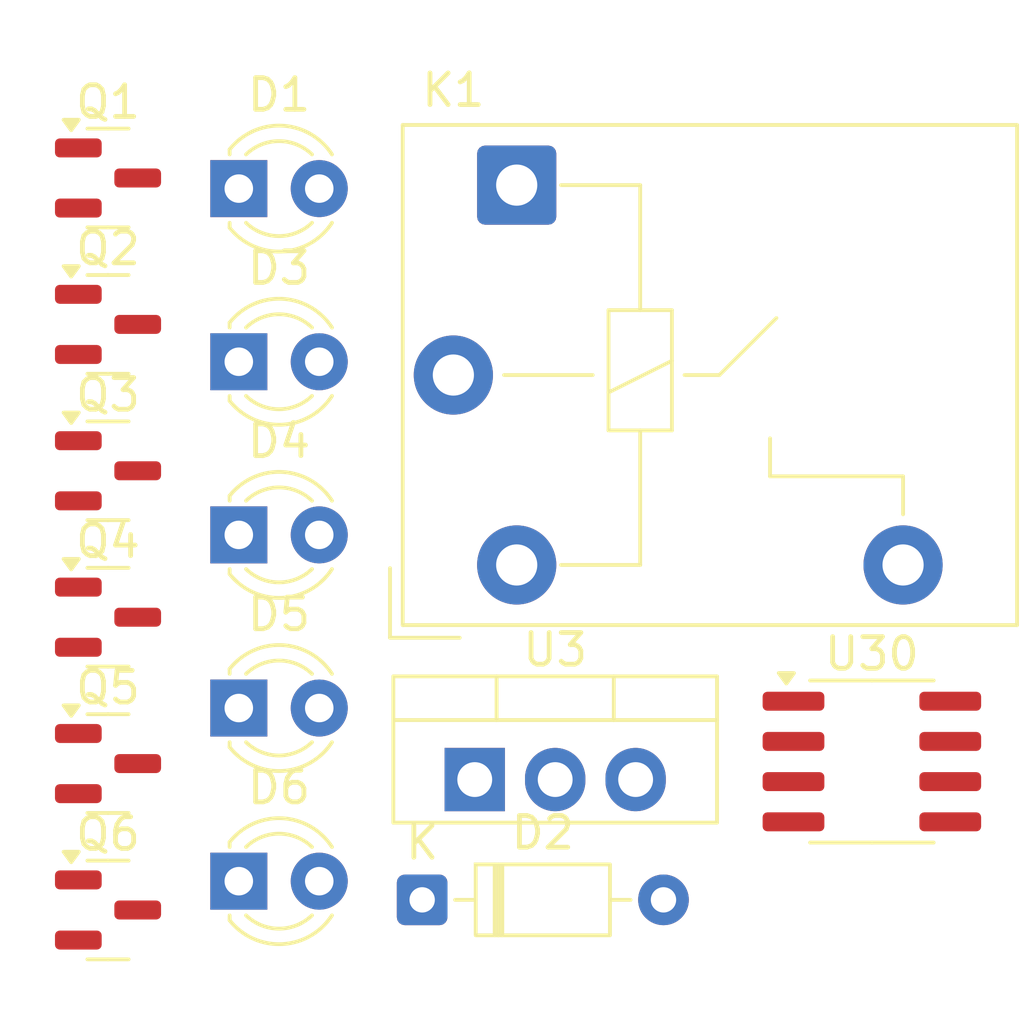
<source format=kicad_pcb>
(kicad_pcb (version 20241229) (generator "pcbnew") (generator_version "9.0")
  (layers (0 "F.Cu" signal) (2 "B.Cu" signal) (13 "F.Paste" user) (15 "B.Paste" user) (5 "F.SilkS" user "F.Silkscreen") (7 "B.SilkS" user "B.Silkscreen") (1 "F.Mask" user) (3 "B.Mask" user) (25 "Edge.Cuts" user))
  (net 0 "")
  (net 1 "Net-(D1-A)")
  (net 2 "Net-(D1-K)")
  (net 3 "+5V")
  (net 4 "/NMOS_Drain")
  (net 5 "Net-(D3-K)")
  (net 6 "Net-(D3-A)")
  (net 7 "Net-(D4-K)")
  (net 8 "Net-(D4-A)")
  (net 9 "Net-(D5-A)")
  (net 10 "Net-(D5-K)")
  (net 11 "Net-(D6-A)")
  (net 12 "Net-(D6-K)")
  (net 13 "/Shudown_In")
  (net 14 "/Shudown_Out")
  (net 15 "Net-(Q1-G)")
  (net 16 "GND")
  (net 17 "/Brake_Rear_Fault")
  (net 18 "/Current_Sensor_Fault")
  (net 19 "/Brake_Front_Fault")
  (net 21 "/nBSPD_FAULT")
  (net 22 "12V")
  (net 23 "/555_Timer_Input_Voltage")
  (net 24 "Net-(U30-CV)")
  (net 25 "Net-(U30-Q)")
  (footprint "LED_THT:LED_D3.0mm_IRBlack" (layer "F.Cu") (at 127.535 91.375)
    (property "Reference" "D6" (at 1.27 -2.96 0) (layer "F.SilkS"))
    (property "Value" "IR204A")
    (fp_line (start -0.29 -1.236) (end -0.29 -1.08) (stroke (width 0.12)) (layer "F.SilkS"))
    (fp_line (start -0.29 1.08) (end -0.29 1.236) (stroke (width 0.12)) (layer "F.SilkS"))
    (fp_arc (start -0.29 -1.235516) (mid 1.36566 -1.987699) (end 2.941437 -1.08) (stroke (width 0.12)) (layer "F.SilkS"))
    (fp_arc (start 0.229039 -1.08) (mid 1.27 -1.5) (end 2.310961 -1.08) (stroke (width 0.12)) (layer "F.SilkS"))
    (fp_arc (start 2.310961 1.08) (mid 1.27 1.5) (end 0.229039 1.08) (stroke (width 0.12)) (layer "F.SilkS"))
    (fp_arc (start 2.941437 1.08) (mid 1.36566 1.987699) (end -0.29 1.235516) (stroke (width 0.12)) (layer "F.SilkS"))
    (pad "1" thru_hole rect (at 0 0) (size 1.8 1.8) (drill 0.9) (layers "*.Cu" "*.Mask") (net 12 "Net-(D6-K)"))
    (pad "2" thru_hole circle (at 2.54 0) (size 1.8 1.8) (drill 0.9) (layers "*.Cu" "*.Mask") (net 11 "Net-(D6-A)"))
  )
  (footprint "Package_TO_SOT_SMD:SOT-23" (layer "F.Cu") (at 123.405 69.16)
    (property "Reference" "Q1" (at 0 -2.4 0) (layer "F.SilkS"))
    (property "Value" "AO3400A")
    (fp_line (start 0 -1.56) (end -0.65 -1.56) (stroke (width 0.12)) (layer "F.SilkS"))
    (fp_line (start 0 -1.56) (end 0.65 -1.56) (stroke (width 0.12)) (layer "F.SilkS"))
    (fp_line (start 0 1.56) (end -0.65 1.56) (stroke (width 0.12)) (layer "F.SilkS"))
    (fp_line (start 0 1.56) (end 0.65 1.56) (stroke (width 0.12)) (layer "F.SilkS"))
    (fp_poly (pts (xy -1.1625 -1.51) (xy -1.4025 -1.84) (xy -0.9225 -1.84)) (stroke (width 0.12)) (fill yes) (layer "F.SilkS"))
    (pad "1" smd roundrect (at -0.9375 -0.95) (size 1.475 0.6) (layers "F.Cu" "F.Mask" "F.Paste") (net 15 "Net-(Q1-G)"))
    (pad "2" smd roundrect (at -0.9375 0.95) (size 1.475 0.6) (layers "F.Cu" "F.Mask" "F.Paste") (net 16 "GND"))
    (pad "3" smd roundrect (at 0.9375 0) (size 1.475 0.6) (layers "F.Cu" "F.Mask" "F.Paste") (net 4 "/NMOS_Drain"))
  )
  (footprint "Diode_THT:D_DO-35_SOD27_P7.62mm_Horizontal" (layer "F.Cu") (at 133.325 91.965)
    (property "Reference" "D2" (at 3.81 -2.12 0) (layer "F.SilkS"))
    (property "Value" "1N4148")
    (fp_line (start 1.04 0) (end 1.69 0) (stroke (width 0.12)) (layer "F.SilkS"))
    (fp_line (start 2.29 -1.12) (end 2.29 1.12) (stroke (width 0.12)) (layer "F.SilkS"))
    (fp_line (start 2.41 -1.12) (end 2.41 1.12) (stroke (width 0.12)) (layer "F.SilkS"))
    (fp_line (start 2.53 -1.12) (end 2.53 1.12) (stroke (width 0.12)) (layer "F.SilkS"))
    (fp_line (start 6.58 0) (end 5.93 0) (stroke (width 0.12)) (layer "F.SilkS"))
    (fp_rect (start 1.69 -1.12) (end 5.93 1.12) (stroke (width 0.12)) (fill no) (layer "F.SilkS"))
    (fp_text user "K" (at 0 -1.8 0) (layer "F.SilkS"))
    (pad "1" thru_hole roundrect (at 0 0) (size 1.6 1.6) (drill 0.8) (layers "*.Cu" "*.Mask") (roundrect_rratio 0.15625) (net 3 "+5V"))
    (pad "2" thru_hole circle (at 7.62 0) (size 1.6 1.6) (drill 0.8) (layers "*.Cu" "*.Mask") (net 4 "/NMOS_Drain"))
  )
  (footprint "Package_TO_SOT_SMD:SOT-23" (layer "F.Cu") (at 123.405 87.66)
    (property "Reference" "Q5" (at 0 -2.4 0) (layer "F.SilkS"))
    (property "Value" "AO3400A")
    (fp_line (start 0 -1.56) (end -0.65 -1.56) (stroke (width 0.12)) (layer "F.SilkS"))
    (fp_line (start 0 -1.56) (end 0.65 -1.56) (stroke (width 0.12)) (layer "F.SilkS"))
    (fp_line (start 0 1.56) (end -0.65 1.56) (stroke (width 0.12)) (layer "F.SilkS"))
    (fp_line (start 0 1.56) (end 0.65 1.56) (stroke (width 0.12)) (layer "F.SilkS"))
    (fp_poly (pts (xy -1.1625 -1.51) (xy -1.4025 -1.84) (xy -0.9225 -1.84)) (stroke (width 0.12)) (fill yes) (layer "F.SilkS"))
    (pad "1" smd roundrect (at -0.9375 -0.95) (size 1.475 0.6) (layers "F.Cu" "F.Mask" "F.Paste"))
    (pad "2" smd roundrect (at -0.9375 0.95) (size 1.475 0.6) (layers "F.Cu" "F.Mask" "F.Paste") (net 16 "GND"))
    (pad "3" smd roundrect (at 0.9375 0) (size 1.475 0.6) (layers "F.Cu" "F.Mask" "F.Paste") (net 2 "Net-(D1-K)"))
  )
  (footprint "Relay_THT:Relay_SPST_Hongfa_JQC-3FF_0XX-1H" (layer "F.Cu") (at 136.31 69.385)
    (property "Reference" "K1" (at -2 -3 0) (layer "F.SilkS"))
    (property "Value" "JQC-3FF-005-1H")
    (fp_line (start -4 12.1) (end -4 14.3) (stroke (width 0.12)) (layer "F.SilkS"))
    (fp_line (start -4 14.3) (end -1.8 14.3) (stroke (width 0.12)) (layer "F.SilkS"))
    (fp_line (start -3.6 -1.9) (end -3.6 13.9) (stroke (width 0.12)) (layer "F.SilkS"))
    (fp_line (start -3.6 13.9) (end 15.8 13.9) (stroke (width 0.12)) (layer "F.SilkS"))
    (fp_line (start -0.4 6) (end 2.4 6) (stroke (width 0.12)) (layer "F.SilkS"))
    (fp_line (start 2.9 3.95) (end 2.9 7.75) (stroke (width 0.12)) (layer "F.SilkS"))
    (fp_line (start 2.9 7.75) (end 4.9 7.75) (stroke (width 0.12)) (layer "F.SilkS"))
    (fp_line (start 3.9 0) (end 1.4 0) (stroke (width 0.12)) (layer "F.SilkS"))
    (fp_line (start 3.9 3.95) (end 3.9 0) (stroke (width 0.12)) (layer "F.SilkS"))
    (fp_line (start 3.9 7.75) (end 3.9 12) (stroke (width 0.12)) (layer "F.SilkS"))
    (fp_line (start 3.9 12) (end 1.4 12) (stroke (width 0.12)) (layer "F.SilkS"))
    (fp_line (start 4.9 3.95) (end 2.9 3.95) (stroke (width 0.12)) (layer "F.SilkS"))
    (fp_line (start 4.9 5.55) (end 2.9 6.55) (stroke (width 0.12)) (layer "F.SilkS"))
    (fp_line (start 4.9 7.75) (end 4.9 3.95) (stroke (width 0.12)) (layer "F.SilkS"))
    (fp_line (start 6.4 6) (end 5.3 6) (stroke (width 0.12)) (layer "F.SilkS"))
    (fp_line (start 6.4 6) (end 8.2 4.2) (stroke (width 0.12)) (layer "F.SilkS"))
    (fp_line (start 8 9.2) (end 8 8) (stroke (width 0.12)) (layer "F.SilkS"))
    (fp_line (start 12.2 9.2) (end 8 9.2) (stroke (width 0.12)) (layer "F.SilkS"))
    (fp_line (start 12.2 10.4) (end 12.2 9.2) (stroke (width 0.12)) (layer "F.SilkS"))
    (fp_line (start 15.8 -1.9) (end -3.6 -1.9) (stroke (width 0.12)) (layer "F.SilkS"))
    (fp_line (start 15.8 13.9) (end 15.8 -1.9) (stroke (width 0.12)) (layer "F.SilkS"))
    (pad "13" thru_hole circle (at -2 6) (size 2.5 2.5) (drill 1.3) (layers "*.Cu" "*.Mask") (net 13 "/Shudown_In"))
    (pad "14" thru_hole circle (at 12.2 12) (size 2.5 2.5) (drill 1.3) (layers "*.Cu" "*.Mask") (net 14 "/Shudown_Out"))
    (pad "A1" thru_hole roundrect (at 0 0) (size 2.5 2.5) (drill 1.3) (layers "*.Cu" "*.Mask") (roundrect_rratio 0.1) (net 3 "+5V"))
    (pad "A2" thru_hole circle (at 0 12) (size 2.5 2.5) (drill 1.3) (layers "*.Cu" "*.Mask") (net 4 "/NMOS_Drain"))
  )
  (footprint "LED_THT:LED_D3.0mm_IRBlack" (layer "F.Cu") (at 127.535 85.905)
    (property "Reference" "D5" (at 1.27 -2.96 0) (layer "F.SilkS"))
    (property "Value" "IR204A")
    (fp_line (start -0.29 -1.236) (end -0.29 -1.08) (stroke (width 0.12)) (layer "F.SilkS"))
    (fp_line (start -0.29 1.08) (end -0.29 1.236) (stroke (width 0.12)) (layer "F.SilkS"))
    (fp_arc (start -0.29 -1.235516) (mid 1.36566 -1.987699) (end 2.941437 -1.08) (stroke (width 0.12)) (layer "F.SilkS"))
    (fp_arc (start 0.229039 -1.08) (mid 1.27 -1.5) (end 2.310961 -1.08) (stroke (width 0.12)) (layer "F.SilkS"))
    (fp_arc (start 2.310961 1.08) (mid 1.27 1.5) (end 0.229039 1.08) (stroke (width 0.12)) (layer "F.SilkS"))
    (fp_arc (start 2.941437 1.08) (mid 1.36566 1.987699) (end -0.29 1.235516) (stroke (width 0.12)) (layer "F.SilkS"))
    (pad "1" thru_hole rect (at 0 0) (size 1.8 1.8) (drill 0.9) (layers "*.Cu" "*.Mask") (net 10 "Net-(D5-K)"))
    (pad "2" thru_hole circle (at 2.54 0) (size 1.8 1.8) (drill 0.9) (layers "*.Cu" "*.Mask") (net 9 "Net-(D5-A)"))
  )
  (footprint "Package_SO:SOIC-8_3.9x4.9mm_P1.27mm" (layer "F.Cu") (at 147.525 87.595)
    (property "Reference" "U30" (at 0 -3.4 0) (layer "F.SilkS"))
    (property "Value" "TLC555xD")
    (fp_line (start 0 -2.56) (end -1.95 -2.56) (stroke (width 0.12)) (layer "F.SilkS"))
    (fp_line (start 0 -2.56) (end 1.95 -2.56) (stroke (width 0.12)) (layer "F.SilkS"))
    (fp_line (start 0 2.56) (end -1.95 2.56) (stroke (width 0.12)) (layer "F.SilkS"))
    (fp_line (start 0 2.56) (end 1.95 2.56) (stroke (width 0.12)) (layer "F.SilkS"))
    (fp_poly (pts (xy -2.7 -2.465) (xy -2.94 -2.795) (xy -2.46 -2.795)) (stroke (width 0.12)) (fill yes) (layer "F.SilkS"))
    (pad "1" smd roundrect (at -2.475 -1.905) (size 1.95 0.6) (layers "F.Cu" "F.Mask" "F.Paste") (net 16 "GND"))
    (pad "2" smd roundrect (at -2.475 -0.635) (size 1.95 0.6) (layers "F.Cu" "F.Mask" "F.Paste") (net 23 "/555_Timer_Input_Voltage"))
    (pad "3" smd roundrect (at -2.475 0.635) (size 1.95 0.6) (layers "F.Cu" "F.Mask" "F.Paste") (net 25 "Net-(U30-Q)"))
    (pad "4" smd roundrect (at -2.475 1.905) (size 1.95 0.6) (layers "F.Cu" "F.Mask" "F.Paste") (net 3 "+5V"))
    (pad "5" smd roundrect (at 2.475 1.905) (size 1.95 0.6) (layers "F.Cu" "F.Mask" "F.Paste") (net 24 "Net-(U30-CV)"))
    (pad "6" smd roundrect (at 2.475 0.635) (size 1.95 0.6) (layers "F.Cu" "F.Mask" "F.Paste") (net 23 "/555_Timer_Input_Voltage"))
    (pad "7" smd roundrect (at 2.475 -0.635) (size 1.95 0.6) (layers "F.Cu" "F.Mask" "F.Paste"))
    (pad "8" smd roundrect (at 2.475 -1.905) (size 1.95 0.6) (layers "F.Cu" "F.Mask" "F.Paste") (net 3 "+5V"))
  )
  (footprint "LED_THT:LED_D3.0mm_IRBlack" (layer "F.Cu") (at 127.535 80.435)
    (property "Reference" "D4" (at 1.27 -2.96 0) (layer "F.SilkS"))
    (property "Value" "IR204A")
    (fp_line (start -0.29 -1.236) (end -0.29 -1.08) (stroke (width 0.12)) (layer "F.SilkS"))
    (fp_line (start -0.29 1.08) (end -0.29 1.236) (stroke (width 0.12)) (layer "F.SilkS"))
    (fp_arc (start -0.29 -1.235516) (mid 1.36566 -1.987699) (end 2.941437 -1.08) (stroke (width 0.12)) (layer "F.SilkS"))
    (fp_arc (start 0.229039 -1.08) (mid 1.27 -1.5) (end 2.310961 -1.08) (stroke (width 0.12)) (layer "F.SilkS"))
    (fp_arc (start 2.310961 1.08) (mid 1.27 1.5) (end 0.229039 1.08) (stroke (width 0.12)) (layer "F.SilkS"))
    (fp_arc (start 2.941437 1.08) (mid 1.36566 1.987699) (end -0.29 1.235516) (stroke (width 0.12)) (layer "F.SilkS"))
    (pad "1" thru_hole rect (at 0 0) (size 1.8 1.8) (drill 0.9) (layers "*.Cu" "*.Mask") (net 7 "Net-(D4-K)"))
    (pad "2" thru_hole circle (at 2.54 0) (size 1.8 1.8) (drill 0.9) (layers "*.Cu" "*.Mask") (net 8 "Net-(D4-A)"))
  )
  (footprint "Package_TO_SOT_SMD:SOT-23" (layer "F.Cu") (at 123.405 78.41)
    (property "Reference" "Q3" (at 0 -2.4 0) (layer "F.SilkS"))
    (property "Value" "AO3400A")
    (fp_line (start 0 -1.56) (end -0.65 -1.56) (stroke (width 0.12)) (layer "F.SilkS"))
    (fp_line (start 0 -1.56) (end 0.65 -1.56) (stroke (width 0.12)) (layer "F.SilkS"))
    (fp_line (start 0 1.56) (end -0.65 1.56) (stroke (width 0.12)) (layer "F.SilkS"))
    (fp_line (start 0 1.56) (end 0.65 1.56) (stroke (width 0.12)) (layer "F.SilkS"))
    (fp_poly (pts (xy -1.1625 -1.51) (xy -1.4025 -1.84) (xy -0.9225 -1.84)) (stroke (width 0.12)) (fill yes) (layer "F.SilkS"))
    (pad "1" smd roundrect (at -0.9375 -0.95) (size 1.475 0.6) (layers "F.Cu" "F.Mask" "F.Paste") (net 18 "/Current_Sensor_Fault"))
    (pad "2" smd roundrect (at -0.9375 0.95) (size 1.475 0.6) (layers "F.Cu" "F.Mask" "F.Paste") (net 16 "GND"))
    (pad "3" smd roundrect (at 0.9375 0) (size 1.475 0.6) (layers "F.Cu" "F.Mask" "F.Paste") (net 12 "Net-(D6-K)"))
  )
  (footprint "LED_THT:LED_D3.0mm_IRBlack" (layer "F.Cu") (at 127.535 74.965)
    (property "Reference" "D3" (at 1.27 -2.96 0) (layer "F.SilkS"))
    (property "Value" "IR204A")
    (fp_line (start -0.29 -1.236) (end -0.29 -1.08) (stroke (width 0.12)) (layer "F.SilkS"))
    (fp_line (start -0.29 1.08) (end -0.29 1.236) (stroke (width 0.12)) (layer "F.SilkS"))
    (fp_arc (start -0.29 -1.235516) (mid 1.36566 -1.987699) (end 2.941437 -1.08) (stroke (width 0.12)) (layer "F.SilkS"))
    (fp_arc (start 0.229039 -1.08) (mid 1.27 -1.5) (end 2.310961 -1.08) (stroke (width 0.12)) (layer "F.SilkS"))
    (fp_arc (start 2.310961 1.08) (mid 1.27 1.5) (end 0.229039 1.08) (stroke (width 0.12)) (layer "F.SilkS"))
    (fp_arc (start 2.941437 1.08) (mid 1.36566 1.987699) (end -0.29 1.235516) (stroke (width 0.12)) (layer "F.SilkS"))
    (pad "1" thru_hole rect (at 0 0) (size 1.8 1.8) (drill 0.9) (layers "*.Cu" "*.Mask") (net 5 "Net-(D3-K)"))
    (pad "2" thru_hole circle (at 2.54 0) (size 1.8 1.8) (drill 0.9) (layers "*.Cu" "*.Mask") (net 6 "Net-(D3-A)"))
  )
  (footprint "Package_TO_SOT_SMD:SOT-23" (layer "F.Cu") (at 123.405 73.785)
    (property "Reference" "Q2" (at 0 -2.4 0) (layer "F.SilkS"))
    (property "Value" "AO3400A")
    (fp_line (start 0 -1.56) (end -0.65 -1.56) (stroke (width 0.12)) (layer "F.SilkS"))
    (fp_line (start 0 -1.56) (end 0.65 -1.56) (stroke (width 0.12)) (layer "F.SilkS"))
    (fp_line (start 0 1.56) (end -0.65 1.56) (stroke (width 0.12)) (layer "F.SilkS"))
    (fp_line (start 0 1.56) (end 0.65 1.56) (stroke (width 0.12)) (layer "F.SilkS"))
    (fp_poly (pts (xy -1.1625 -1.51) (xy -1.4025 -1.84) (xy -0.9225 -1.84)) (stroke (width 0.12)) (fill yes) (layer "F.SilkS"))
    (pad "1" smd roundrect (at -0.9375 -0.95) (size 1.475 0.6) (layers "F.Cu" "F.Mask" "F.Paste") (net 17 "/Brake_Rear_Fault"))
    (pad "2" smd roundrect (at -0.9375 0.95) (size 1.475 0.6) (layers "F.Cu" "F.Mask" "F.Paste") (net 16 "GND"))
    (pad "3" smd roundrect (at 0.9375 0) (size 1.475 0.6) (layers "F.Cu" "F.Mask" "F.Paste") (net 5 "Net-(D3-K)"))
  )
  (footprint "Package_TO_SOT_SMD:SOT-23" (layer "F.Cu") (at 123.405 83.035)
    (property "Reference" "Q4" (at 0 -2.4 0) (layer "F.SilkS"))
    (property "Value" "AO3400A")
    (fp_line (start 0 -1.56) (end -0.65 -1.56) (stroke (width 0.12)) (layer "F.SilkS"))
    (fp_line (start 0 -1.56) (end 0.65 -1.56) (stroke (width 0.12)) (layer "F.SilkS"))
    (fp_line (start 0 1.56) (end -0.65 1.56) (stroke (width 0.12)) (layer "F.SilkS"))
    (fp_line (start 0 1.56) (end 0.65 1.56) (stroke (width 0.12)) (layer "F.SilkS"))
    (fp_poly (pts (xy -1.1625 -1.51) (xy -1.4025 -1.84) (xy -0.9225 -1.84)) (stroke (width 0.12)) (fill yes) (layer "F.SilkS"))
    (pad "1" smd roundrect (at -0.9375 -0.95) (size 1.475 0.6) (layers "F.Cu" "F.Mask" "F.Paste") (net 19 "/Brake_Front_Fault"))
    (pad "2" smd roundrect (at -0.9375 0.95) (size 1.475 0.6) (layers "F.Cu" "F.Mask" "F.Paste") (net 16 "GND"))
    (pad "3" smd roundrect (at 0.9375 0) (size 1.475 0.6) (layers "F.Cu" "F.Mask" "F.Paste") (net 7 "Net-(D4-K)"))
  )
  (footprint "LED_THT:LED_D3.0mm_IRBlack" (layer "F.Cu") (at 127.535 69.495)
    (property "Reference" "D1" (at 1.27 -2.96 0) (layer "F.SilkS"))
    (property "Value" "IR204A")
    (fp_line (start -0.29 -1.236) (end -0.29 -1.08) (stroke (width 0.12)) (layer "F.SilkS"))
    (fp_line (start -0.29 1.08) (end -0.29 1.236) (stroke (width 0.12)) (layer "F.SilkS"))
    (fp_arc (start -0.29 -1.235516) (mid 1.36566 -1.987699) (end 2.941437 -1.08) (stroke (width 0.12)) (layer "F.SilkS"))
    (fp_arc (start 0.229039 -1.08) (mid 1.27 -1.5) (end 2.310961 -1.08) (stroke (width 0.12)) (layer "F.SilkS"))
    (fp_arc (start 2.310961 1.08) (mid 1.27 1.5) (end 0.229039 1.08) (stroke (width 0.12)) (layer "F.SilkS"))
    (fp_arc (start 2.941437 1.08) (mid 1.36566 1.987699) (end -0.29 1.235516) (stroke (width 0.12)) (layer "F.SilkS"))
    (pad "1" thru_hole rect (at 0 0) (size 1.8 1.8) (drill 0.9) (layers "*.Cu" "*.Mask") (net 2 "Net-(D1-K)"))
    (pad "2" thru_hole circle (at 2.54 0) (size 1.8 1.8) (drill 0.9) (layers "*.Cu" "*.Mask") (net 1 "Net-(D1-A)"))
  )
  (footprint "Package_TO_SOT_SMD:SOT-23" (layer "F.Cu") (at 123.405 92.285)
    (property "Reference" "Q6" (at 0 -2.4 0) (layer "F.SilkS"))
    (property "Value" "AO3400A")
    (fp_line (start 0 -1.56) (end -0.65 -1.56) (stroke (width 0.12)) (layer "F.SilkS"))
    (fp_line (start 0 -1.56) (end 0.65 -1.56) (stroke (width 0.12)) (layer "F.SilkS"))
    (fp_line (start 0 1.56) (end -0.65 1.56) (stroke (width 0.12)) (layer "F.SilkS"))
    (fp_line (start 0 1.56) (end 0.65 1.56) (stroke (width 0.12)) (layer "F.SilkS"))
    (fp_poly (pts (xy -1.1625 -1.51) (xy -1.4025 -1.84) (xy -0.9225 -1.84)) (stroke (width 0.12)) (fill yes) (layer "F.SilkS"))
    (pad "1" smd roundrect (at -0.9375 -0.95) (size 1.475 0.6) (layers "F.Cu" "F.Mask" "F.Paste") (net 21 "/nBSPD_FAULT"))
    (pad "2" smd roundrect (at -0.9375 0.95) (size 1.475 0.6) (layers "F.Cu" "F.Mask" "F.Paste") (net 16 "GND"))
    (pad "3" smd roundrect (at 0.9375 0) (size 1.475 0.6) (layers "F.Cu" "F.Mask" "F.Paste") (net 10 "Net-(D5-K)"))
  )
  (footprint "Package_TO_SOT_THT:TO-220-3_Vertical" (layer "F.Cu") (at 134.985 88.165)
    (property "Reference" "U3" (at 2.54 -4.1 0) (layer "F.SilkS"))
    (property "Value" "LM7805_TO220")
    (fp_line (start -2.57 -3.26) (end 7.65 -3.26) (stroke (width 0.12)) (layer "F.SilkS"))
    (fp_line (start -2.57 -1.88) (end 7.65 -1.88) (stroke (width 0.12)) (layer "F.SilkS"))
    (fp_line (start -2.57 1.36) (end -2.57 -3.26) (stroke (width 0.12)) (layer "F.SilkS"))
    (fp_line (start 0.69 -3.26) (end 0.69 -1.88) (stroke (width 0.12)) (layer "F.SilkS"))
    (fp_line (start 4.39 -3.26) (end 4.39 -1.88) (stroke (width 0.12)) (layer "F.SilkS"))
    (fp_line (start 7.65 -3.26) (end 7.65 1.36) (stroke (width 0.12)) (layer "F.SilkS"))
    (fp_line (start 7.65 1.36) (end -2.57 1.36) (stroke (width 0.12)) (layer "F.SilkS"))
    (pad "1" thru_hole rect (at 0 0) (size 1.905 2) (drill 1.1) (layers "*.Cu" "*.Mask") (net 22 "12V"))
    (pad "2" thru_hole oval (at 2.54 0) (size 1.905 2) (drill 1.1) (layers "*.Cu" "*.Mask") (net 16 "GND"))
    (pad "3" thru_hole oval (at 5.08 0) (size 1.905 2) (drill 1.1) (layers "*.Cu" "*.Mask") (net 3 "+5V"))
  )
)
</source>
